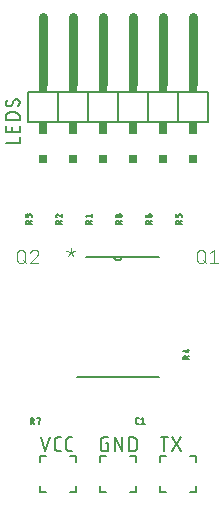
<source format=gbr>
G04 EAGLE Gerber X2 export*
%TF.Part,Single*%
%TF.FileFunction,Legend,Top,1*%
%TF.FilePolarity,Positive*%
%TF.GenerationSoftware,Autodesk,EAGLE,9.1.3*%
%TF.CreationDate,2018-08-31T23:25:58Z*%
G75*
%MOMM*%
%FSLAX34Y34*%
%LPD*%
%AMOC8*
5,1,8,0,0,1.08239X$1,22.5*%
G01*
%ADD10C,0.152400*%
%ADD11C,0.127000*%
%ADD12C,0.762000*%
%ADD13R,0.762000X0.508000*%
%ADD14R,0.762000X1.016000*%
%ADD15R,0.762000X0.762000*%
%ADD16C,0.101600*%
%ADD17C,0.076200*%


D10*
X116840Y15240D02*
X116840Y10160D01*
X111760Y10160D01*
X91440Y10160D02*
X86360Y10160D01*
X86360Y15240D01*
X86360Y35560D02*
X86360Y40640D01*
X91440Y40640D01*
X111760Y40640D02*
X116840Y40640D01*
X116840Y35560D01*
D11*
X93345Y51435D02*
X91440Y51435D01*
X93345Y51435D02*
X93345Y45085D01*
X89535Y45085D01*
X89435Y45087D01*
X89336Y45093D01*
X89236Y45103D01*
X89138Y45116D01*
X89039Y45134D01*
X88942Y45155D01*
X88846Y45180D01*
X88750Y45209D01*
X88656Y45242D01*
X88563Y45278D01*
X88472Y45318D01*
X88382Y45362D01*
X88294Y45409D01*
X88208Y45459D01*
X88124Y45513D01*
X88042Y45570D01*
X87963Y45630D01*
X87885Y45694D01*
X87811Y45760D01*
X87739Y45829D01*
X87670Y45901D01*
X87604Y45975D01*
X87540Y46053D01*
X87480Y46132D01*
X87423Y46214D01*
X87369Y46298D01*
X87319Y46384D01*
X87272Y46472D01*
X87228Y46562D01*
X87188Y46653D01*
X87152Y46746D01*
X87119Y46840D01*
X87090Y46936D01*
X87065Y47032D01*
X87044Y47129D01*
X87026Y47228D01*
X87013Y47326D01*
X87003Y47426D01*
X86997Y47525D01*
X86995Y47625D01*
X86995Y53975D01*
X86997Y54075D01*
X87003Y54174D01*
X87013Y54274D01*
X87026Y54372D01*
X87044Y54471D01*
X87065Y54568D01*
X87090Y54664D01*
X87119Y54760D01*
X87152Y54854D01*
X87188Y54947D01*
X87228Y55038D01*
X87272Y55128D01*
X87319Y55216D01*
X87369Y55302D01*
X87423Y55386D01*
X87480Y55468D01*
X87540Y55547D01*
X87604Y55625D01*
X87670Y55699D01*
X87739Y55771D01*
X87811Y55840D01*
X87885Y55906D01*
X87963Y55970D01*
X88042Y56030D01*
X88124Y56087D01*
X88208Y56141D01*
X88294Y56191D01*
X88382Y56238D01*
X88472Y56282D01*
X88563Y56322D01*
X88656Y56358D01*
X88750Y56391D01*
X88846Y56420D01*
X88942Y56445D01*
X89039Y56466D01*
X89138Y56484D01*
X89236Y56497D01*
X89336Y56507D01*
X89435Y56513D01*
X89535Y56515D01*
X93345Y56515D01*
X99187Y56515D02*
X99187Y45085D01*
X105537Y45085D02*
X99187Y56515D01*
X105537Y56515D02*
X105537Y45085D01*
X111379Y45085D02*
X111379Y56515D01*
X114554Y56515D01*
X114665Y56513D01*
X114775Y56507D01*
X114886Y56498D01*
X114996Y56484D01*
X115105Y56467D01*
X115214Y56446D01*
X115322Y56421D01*
X115429Y56392D01*
X115535Y56360D01*
X115640Y56324D01*
X115743Y56284D01*
X115845Y56241D01*
X115946Y56194D01*
X116045Y56143D01*
X116142Y56090D01*
X116236Y56033D01*
X116329Y55972D01*
X116420Y55909D01*
X116509Y55842D01*
X116595Y55772D01*
X116678Y55699D01*
X116760Y55624D01*
X116838Y55546D01*
X116913Y55464D01*
X116986Y55381D01*
X117056Y55295D01*
X117123Y55206D01*
X117186Y55115D01*
X117247Y55022D01*
X117304Y54928D01*
X117357Y54831D01*
X117408Y54732D01*
X117455Y54631D01*
X117498Y54529D01*
X117538Y54426D01*
X117574Y54321D01*
X117606Y54215D01*
X117635Y54108D01*
X117660Y54000D01*
X117681Y53891D01*
X117698Y53782D01*
X117712Y53672D01*
X117721Y53561D01*
X117727Y53451D01*
X117729Y53340D01*
X117729Y48260D01*
X117727Y48149D01*
X117721Y48039D01*
X117712Y47928D01*
X117698Y47818D01*
X117681Y47709D01*
X117660Y47600D01*
X117635Y47492D01*
X117606Y47385D01*
X117574Y47279D01*
X117538Y47174D01*
X117498Y47071D01*
X117455Y46969D01*
X117408Y46868D01*
X117357Y46769D01*
X117304Y46672D01*
X117247Y46578D01*
X117186Y46485D01*
X117123Y46394D01*
X117056Y46305D01*
X116986Y46219D01*
X116913Y46136D01*
X116838Y46054D01*
X116760Y45976D01*
X116678Y45901D01*
X116595Y45828D01*
X116509Y45758D01*
X116420Y45691D01*
X116329Y45628D01*
X116236Y45567D01*
X116141Y45510D01*
X116045Y45457D01*
X115946Y45406D01*
X115845Y45359D01*
X115743Y45316D01*
X115640Y45276D01*
X115535Y45240D01*
X115429Y45208D01*
X115322Y45179D01*
X115214Y45154D01*
X115105Y45133D01*
X114996Y45116D01*
X114886Y45102D01*
X114775Y45093D01*
X114665Y45087D01*
X114554Y45085D01*
X111379Y45085D01*
D10*
X50800Y323850D02*
X25400Y323850D01*
X50800Y323850D02*
X50800Y349250D01*
X25400Y349250D01*
X25400Y323850D01*
D12*
X38100Y355600D02*
X38100Y412750D01*
D10*
X50800Y323850D02*
X76200Y323850D01*
X76200Y349250D01*
X50800Y349250D01*
D12*
X63500Y355600D02*
X63500Y412750D01*
D10*
X76200Y323850D02*
X101600Y323850D01*
X101600Y349250D01*
X76200Y349250D01*
D12*
X88900Y355600D02*
X88900Y412750D01*
D10*
X101600Y323850D02*
X127000Y323850D01*
X127000Y349250D01*
X101600Y349250D01*
D12*
X114300Y355600D02*
X114300Y412750D01*
D10*
X127000Y323850D02*
X152400Y323850D01*
X152400Y349250D01*
X127000Y349250D01*
D12*
X139700Y355600D02*
X139700Y412750D01*
D10*
X152400Y323850D02*
X177800Y323850D01*
X177800Y349250D01*
X152400Y349250D01*
D12*
X165100Y355600D02*
X165100Y412750D01*
D11*
X18415Y305435D02*
X6985Y305435D01*
X18415Y305435D02*
X18415Y310515D01*
X18415Y315341D02*
X18415Y320421D01*
X18415Y315341D02*
X6985Y315341D01*
X6985Y320421D01*
X12065Y319151D02*
X12065Y315341D01*
X6985Y325222D02*
X18415Y325222D01*
X6985Y325222D02*
X6985Y328397D01*
X6987Y328508D01*
X6993Y328618D01*
X7002Y328729D01*
X7016Y328839D01*
X7033Y328948D01*
X7054Y329057D01*
X7079Y329165D01*
X7108Y329272D01*
X7140Y329378D01*
X7176Y329483D01*
X7216Y329586D01*
X7259Y329688D01*
X7306Y329789D01*
X7357Y329888D01*
X7410Y329985D01*
X7467Y330079D01*
X7528Y330172D01*
X7591Y330263D01*
X7658Y330352D01*
X7728Y330438D01*
X7801Y330521D01*
X7876Y330603D01*
X7954Y330681D01*
X8036Y330756D01*
X8119Y330829D01*
X8205Y330899D01*
X8294Y330966D01*
X8385Y331029D01*
X8478Y331090D01*
X8572Y331147D01*
X8669Y331200D01*
X8768Y331251D01*
X8869Y331298D01*
X8971Y331341D01*
X9074Y331381D01*
X9179Y331417D01*
X9285Y331449D01*
X9392Y331478D01*
X9500Y331503D01*
X9609Y331524D01*
X9718Y331541D01*
X9828Y331555D01*
X9939Y331564D01*
X10049Y331570D01*
X10160Y331572D01*
X15240Y331572D01*
X15351Y331570D01*
X15461Y331564D01*
X15572Y331555D01*
X15682Y331541D01*
X15791Y331524D01*
X15900Y331503D01*
X16008Y331478D01*
X16115Y331449D01*
X16221Y331417D01*
X16326Y331381D01*
X16429Y331341D01*
X16531Y331298D01*
X16632Y331251D01*
X16731Y331200D01*
X16828Y331147D01*
X16922Y331090D01*
X17015Y331029D01*
X17106Y330966D01*
X17195Y330899D01*
X17281Y330829D01*
X17364Y330756D01*
X17446Y330681D01*
X17524Y330603D01*
X17599Y330521D01*
X17672Y330438D01*
X17742Y330352D01*
X17809Y330263D01*
X17872Y330172D01*
X17933Y330079D01*
X17990Y329985D01*
X18043Y329888D01*
X18094Y329789D01*
X18141Y329688D01*
X18184Y329586D01*
X18224Y329483D01*
X18260Y329378D01*
X18292Y329272D01*
X18321Y329165D01*
X18346Y329057D01*
X18367Y328948D01*
X18384Y328839D01*
X18398Y328729D01*
X18407Y328618D01*
X18413Y328508D01*
X18415Y328397D01*
X18415Y325222D01*
X18415Y340462D02*
X18413Y340562D01*
X18407Y340661D01*
X18397Y340761D01*
X18384Y340859D01*
X18366Y340958D01*
X18345Y341055D01*
X18320Y341151D01*
X18291Y341247D01*
X18258Y341341D01*
X18222Y341434D01*
X18182Y341525D01*
X18138Y341615D01*
X18091Y341703D01*
X18041Y341789D01*
X17987Y341873D01*
X17930Y341955D01*
X17870Y342034D01*
X17806Y342112D01*
X17740Y342186D01*
X17671Y342258D01*
X17599Y342327D01*
X17525Y342393D01*
X17447Y342457D01*
X17368Y342517D01*
X17286Y342574D01*
X17202Y342628D01*
X17116Y342678D01*
X17028Y342725D01*
X16938Y342769D01*
X16847Y342809D01*
X16754Y342845D01*
X16660Y342878D01*
X16564Y342907D01*
X16468Y342932D01*
X16371Y342953D01*
X16272Y342971D01*
X16174Y342984D01*
X16074Y342994D01*
X15975Y343000D01*
X15875Y343002D01*
X18415Y340462D02*
X18413Y340321D01*
X18408Y340180D01*
X18398Y340039D01*
X18385Y339898D01*
X18369Y339758D01*
X18348Y339618D01*
X18324Y339479D01*
X18296Y339340D01*
X18265Y339203D01*
X18230Y339066D01*
X18192Y338930D01*
X18150Y338795D01*
X18104Y338662D01*
X18055Y338529D01*
X18002Y338398D01*
X17946Y338269D01*
X17887Y338140D01*
X17824Y338014D01*
X17758Y337889D01*
X17689Y337766D01*
X17616Y337645D01*
X17540Y337526D01*
X17461Y337408D01*
X17380Y337293D01*
X17295Y337181D01*
X17207Y337070D01*
X17116Y336962D01*
X17023Y336856D01*
X16926Y336753D01*
X16827Y336652D01*
X9525Y336969D02*
X9425Y336971D01*
X9326Y336977D01*
X9226Y336987D01*
X9128Y337000D01*
X9029Y337018D01*
X8932Y337039D01*
X8836Y337064D01*
X8740Y337093D01*
X8646Y337126D01*
X8553Y337162D01*
X8462Y337202D01*
X8372Y337246D01*
X8284Y337293D01*
X8198Y337343D01*
X8114Y337397D01*
X8032Y337454D01*
X7953Y337514D01*
X7875Y337578D01*
X7801Y337644D01*
X7729Y337713D01*
X7660Y337785D01*
X7594Y337859D01*
X7530Y337937D01*
X7470Y338016D01*
X7413Y338098D01*
X7359Y338182D01*
X7309Y338268D01*
X7262Y338356D01*
X7218Y338446D01*
X7178Y338537D01*
X7142Y338630D01*
X7109Y338724D01*
X7080Y338820D01*
X7055Y338916D01*
X7034Y339013D01*
X7016Y339112D01*
X7003Y339210D01*
X6993Y339310D01*
X6987Y339409D01*
X6985Y339509D01*
X6987Y339642D01*
X6992Y339775D01*
X7002Y339908D01*
X7015Y340041D01*
X7032Y340173D01*
X7052Y340305D01*
X7076Y340436D01*
X7104Y340566D01*
X7135Y340696D01*
X7170Y340824D01*
X7209Y340952D01*
X7251Y341078D01*
X7297Y341203D01*
X7346Y341327D01*
X7398Y341450D01*
X7454Y341571D01*
X7514Y341690D01*
X7576Y341808D01*
X7642Y341923D01*
X7711Y342037D01*
X7784Y342149D01*
X7859Y342259D01*
X7938Y342367D01*
X11748Y338239D02*
X11696Y338155D01*
X11641Y338072D01*
X11582Y337992D01*
X11521Y337914D01*
X11457Y337839D01*
X11389Y337766D01*
X11319Y337695D01*
X11247Y337628D01*
X11172Y337563D01*
X11094Y337501D01*
X11014Y337442D01*
X10932Y337386D01*
X10848Y337334D01*
X10762Y337285D01*
X10674Y337239D01*
X10584Y337196D01*
X10493Y337157D01*
X10400Y337122D01*
X10306Y337090D01*
X10211Y337062D01*
X10115Y337037D01*
X10018Y337017D01*
X9920Y336999D01*
X9822Y336986D01*
X9723Y336977D01*
X9624Y336971D01*
X9525Y336969D01*
X13652Y341732D02*
X13704Y341816D01*
X13759Y341899D01*
X13818Y341979D01*
X13879Y342057D01*
X13943Y342132D01*
X14011Y342205D01*
X14081Y342276D01*
X14153Y342343D01*
X14228Y342408D01*
X14306Y342470D01*
X14386Y342529D01*
X14468Y342585D01*
X14552Y342637D01*
X14638Y342686D01*
X14726Y342732D01*
X14816Y342775D01*
X14907Y342814D01*
X15000Y342849D01*
X15094Y342881D01*
X15189Y342909D01*
X15285Y342934D01*
X15382Y342954D01*
X15480Y342972D01*
X15578Y342985D01*
X15677Y342994D01*
X15776Y343000D01*
X15875Y343002D01*
X13653Y341732D02*
X11748Y338239D01*
D13*
X38100Y351790D03*
X63500Y351790D03*
X88900Y351790D03*
X114300Y351790D03*
X139700Y351790D03*
X165100Y351790D03*
D14*
X38100Y318770D03*
X63500Y318770D03*
D15*
X38100Y292100D03*
X63500Y292100D03*
D14*
X88900Y318770D03*
X114300Y318770D03*
D15*
X88900Y292100D03*
X114300Y292100D03*
D14*
X139700Y318770D03*
X165100Y318770D03*
D15*
X139700Y292100D03*
X165100Y292100D03*
D16*
X168783Y212146D02*
X168783Y206954D01*
X168783Y212146D02*
X168785Y212259D01*
X168791Y212372D01*
X168801Y212485D01*
X168815Y212598D01*
X168832Y212710D01*
X168854Y212821D01*
X168879Y212931D01*
X168909Y213041D01*
X168942Y213149D01*
X168979Y213256D01*
X169019Y213362D01*
X169064Y213466D01*
X169112Y213569D01*
X169163Y213670D01*
X169218Y213769D01*
X169276Y213866D01*
X169338Y213961D01*
X169403Y214054D01*
X169471Y214144D01*
X169542Y214232D01*
X169617Y214318D01*
X169694Y214401D01*
X169774Y214481D01*
X169857Y214558D01*
X169943Y214633D01*
X170031Y214704D01*
X170121Y214772D01*
X170214Y214837D01*
X170309Y214899D01*
X170406Y214957D01*
X170505Y215012D01*
X170606Y215063D01*
X170709Y215111D01*
X170813Y215156D01*
X170919Y215196D01*
X171026Y215233D01*
X171134Y215266D01*
X171244Y215296D01*
X171354Y215321D01*
X171465Y215343D01*
X171577Y215360D01*
X171690Y215374D01*
X171803Y215384D01*
X171916Y215390D01*
X172029Y215392D01*
X172142Y215390D01*
X172255Y215384D01*
X172368Y215374D01*
X172481Y215360D01*
X172593Y215343D01*
X172704Y215321D01*
X172814Y215296D01*
X172924Y215266D01*
X173032Y215233D01*
X173139Y215196D01*
X173245Y215156D01*
X173349Y215111D01*
X173452Y215063D01*
X173553Y215012D01*
X173652Y214957D01*
X173749Y214899D01*
X173844Y214837D01*
X173937Y214772D01*
X174027Y214704D01*
X174115Y214633D01*
X174201Y214558D01*
X174284Y214481D01*
X174364Y214401D01*
X174441Y214318D01*
X174516Y214232D01*
X174587Y214144D01*
X174655Y214054D01*
X174720Y213961D01*
X174782Y213866D01*
X174840Y213769D01*
X174895Y213670D01*
X174946Y213569D01*
X174994Y213466D01*
X175039Y213362D01*
X175079Y213256D01*
X175116Y213149D01*
X175149Y213041D01*
X175179Y212931D01*
X175204Y212821D01*
X175226Y212710D01*
X175243Y212598D01*
X175257Y212485D01*
X175267Y212372D01*
X175273Y212259D01*
X175275Y212146D01*
X175274Y212146D02*
X175274Y206954D01*
X175275Y206954D02*
X175273Y206841D01*
X175267Y206728D01*
X175257Y206615D01*
X175243Y206502D01*
X175226Y206390D01*
X175204Y206279D01*
X175179Y206169D01*
X175149Y206059D01*
X175116Y205951D01*
X175079Y205844D01*
X175039Y205738D01*
X174994Y205634D01*
X174946Y205531D01*
X174895Y205430D01*
X174840Y205331D01*
X174782Y205234D01*
X174720Y205139D01*
X174655Y205046D01*
X174587Y204956D01*
X174516Y204868D01*
X174441Y204782D01*
X174364Y204699D01*
X174284Y204619D01*
X174201Y204542D01*
X174115Y204467D01*
X174027Y204396D01*
X173937Y204328D01*
X173844Y204263D01*
X173749Y204201D01*
X173652Y204143D01*
X173553Y204088D01*
X173452Y204037D01*
X173349Y203989D01*
X173245Y203944D01*
X173139Y203904D01*
X173032Y203867D01*
X172924Y203834D01*
X172814Y203804D01*
X172704Y203779D01*
X172593Y203757D01*
X172481Y203740D01*
X172368Y203726D01*
X172255Y203716D01*
X172142Y203710D01*
X172029Y203708D01*
X171916Y203710D01*
X171803Y203716D01*
X171690Y203726D01*
X171577Y203740D01*
X171465Y203757D01*
X171354Y203779D01*
X171244Y203804D01*
X171134Y203834D01*
X171026Y203867D01*
X170919Y203904D01*
X170813Y203944D01*
X170709Y203989D01*
X170606Y204037D01*
X170505Y204088D01*
X170406Y204143D01*
X170309Y204201D01*
X170214Y204263D01*
X170121Y204328D01*
X170031Y204396D01*
X169943Y204467D01*
X169857Y204542D01*
X169774Y204619D01*
X169694Y204699D01*
X169617Y204782D01*
X169542Y204868D01*
X169471Y204956D01*
X169403Y205046D01*
X169338Y205139D01*
X169276Y205234D01*
X169218Y205331D01*
X169163Y205430D01*
X169112Y205531D01*
X169064Y205634D01*
X169019Y205738D01*
X168979Y205844D01*
X168942Y205951D01*
X168909Y206059D01*
X168879Y206169D01*
X168854Y206279D01*
X168832Y206390D01*
X168815Y206502D01*
X168801Y206615D01*
X168791Y206728D01*
X168785Y206841D01*
X168783Y206954D01*
X173976Y206304D02*
X176572Y203708D01*
X179927Y212796D02*
X183172Y215392D01*
X183172Y203708D01*
X179927Y203708D02*
X186418Y203708D01*
X16383Y206954D02*
X16383Y212146D01*
X16385Y212259D01*
X16391Y212372D01*
X16401Y212485D01*
X16415Y212598D01*
X16432Y212710D01*
X16454Y212821D01*
X16479Y212931D01*
X16509Y213041D01*
X16542Y213149D01*
X16579Y213256D01*
X16619Y213362D01*
X16664Y213466D01*
X16712Y213569D01*
X16763Y213670D01*
X16818Y213769D01*
X16876Y213866D01*
X16938Y213961D01*
X17003Y214054D01*
X17071Y214144D01*
X17142Y214232D01*
X17217Y214318D01*
X17294Y214401D01*
X17374Y214481D01*
X17457Y214558D01*
X17543Y214633D01*
X17631Y214704D01*
X17721Y214772D01*
X17814Y214837D01*
X17909Y214899D01*
X18006Y214957D01*
X18105Y215012D01*
X18206Y215063D01*
X18309Y215111D01*
X18413Y215156D01*
X18519Y215196D01*
X18626Y215233D01*
X18734Y215266D01*
X18844Y215296D01*
X18954Y215321D01*
X19065Y215343D01*
X19177Y215360D01*
X19290Y215374D01*
X19403Y215384D01*
X19516Y215390D01*
X19629Y215392D01*
X19742Y215390D01*
X19855Y215384D01*
X19968Y215374D01*
X20081Y215360D01*
X20193Y215343D01*
X20304Y215321D01*
X20414Y215296D01*
X20524Y215266D01*
X20632Y215233D01*
X20739Y215196D01*
X20845Y215156D01*
X20949Y215111D01*
X21052Y215063D01*
X21153Y215012D01*
X21252Y214957D01*
X21349Y214899D01*
X21444Y214837D01*
X21537Y214772D01*
X21627Y214704D01*
X21715Y214633D01*
X21801Y214558D01*
X21884Y214481D01*
X21964Y214401D01*
X22041Y214318D01*
X22116Y214232D01*
X22187Y214144D01*
X22255Y214054D01*
X22320Y213961D01*
X22382Y213866D01*
X22440Y213769D01*
X22495Y213670D01*
X22546Y213569D01*
X22594Y213466D01*
X22639Y213362D01*
X22679Y213256D01*
X22716Y213149D01*
X22749Y213041D01*
X22779Y212931D01*
X22804Y212821D01*
X22826Y212710D01*
X22843Y212598D01*
X22857Y212485D01*
X22867Y212372D01*
X22873Y212259D01*
X22875Y212146D01*
X22874Y212146D02*
X22874Y206954D01*
X22875Y206954D02*
X22873Y206841D01*
X22867Y206728D01*
X22857Y206615D01*
X22843Y206502D01*
X22826Y206390D01*
X22804Y206279D01*
X22779Y206169D01*
X22749Y206059D01*
X22716Y205951D01*
X22679Y205844D01*
X22639Y205738D01*
X22594Y205634D01*
X22546Y205531D01*
X22495Y205430D01*
X22440Y205331D01*
X22382Y205234D01*
X22320Y205139D01*
X22255Y205046D01*
X22187Y204956D01*
X22116Y204868D01*
X22041Y204782D01*
X21964Y204699D01*
X21884Y204619D01*
X21801Y204542D01*
X21715Y204467D01*
X21627Y204396D01*
X21537Y204328D01*
X21444Y204263D01*
X21349Y204201D01*
X21252Y204143D01*
X21153Y204088D01*
X21052Y204037D01*
X20949Y203989D01*
X20845Y203944D01*
X20739Y203904D01*
X20632Y203867D01*
X20524Y203834D01*
X20414Y203804D01*
X20304Y203779D01*
X20193Y203757D01*
X20081Y203740D01*
X19968Y203726D01*
X19855Y203716D01*
X19742Y203710D01*
X19629Y203708D01*
X19516Y203710D01*
X19403Y203716D01*
X19290Y203726D01*
X19177Y203740D01*
X19065Y203757D01*
X18954Y203779D01*
X18844Y203804D01*
X18734Y203834D01*
X18626Y203867D01*
X18519Y203904D01*
X18413Y203944D01*
X18309Y203989D01*
X18206Y204037D01*
X18105Y204088D01*
X18006Y204143D01*
X17909Y204201D01*
X17814Y204263D01*
X17721Y204328D01*
X17631Y204396D01*
X17543Y204467D01*
X17457Y204542D01*
X17374Y204619D01*
X17294Y204699D01*
X17217Y204782D01*
X17142Y204868D01*
X17071Y204956D01*
X17003Y205046D01*
X16938Y205139D01*
X16876Y205234D01*
X16818Y205331D01*
X16763Y205430D01*
X16712Y205531D01*
X16664Y205634D01*
X16619Y205738D01*
X16579Y205844D01*
X16542Y205951D01*
X16509Y206059D01*
X16479Y206169D01*
X16454Y206279D01*
X16432Y206390D01*
X16415Y206502D01*
X16401Y206615D01*
X16391Y206728D01*
X16385Y206841D01*
X16383Y206954D01*
X21576Y206304D02*
X24172Y203708D01*
X34018Y212471D02*
X34016Y212578D01*
X34010Y212684D01*
X34000Y212790D01*
X33987Y212896D01*
X33969Y213002D01*
X33948Y213106D01*
X33923Y213210D01*
X33894Y213313D01*
X33862Y213414D01*
X33825Y213514D01*
X33785Y213613D01*
X33742Y213711D01*
X33695Y213807D01*
X33644Y213901D01*
X33590Y213993D01*
X33533Y214083D01*
X33473Y214171D01*
X33409Y214256D01*
X33342Y214339D01*
X33272Y214420D01*
X33200Y214498D01*
X33124Y214574D01*
X33046Y214646D01*
X32965Y214716D01*
X32882Y214783D01*
X32797Y214847D01*
X32709Y214907D01*
X32619Y214964D01*
X32527Y215018D01*
X32433Y215069D01*
X32337Y215116D01*
X32239Y215159D01*
X32140Y215199D01*
X32040Y215236D01*
X31939Y215268D01*
X31836Y215297D01*
X31732Y215322D01*
X31628Y215343D01*
X31522Y215361D01*
X31416Y215374D01*
X31310Y215384D01*
X31204Y215390D01*
X31097Y215392D01*
X30976Y215390D01*
X30855Y215384D01*
X30735Y215374D01*
X30614Y215361D01*
X30495Y215343D01*
X30375Y215322D01*
X30257Y215297D01*
X30140Y215268D01*
X30023Y215235D01*
X29908Y215199D01*
X29794Y215158D01*
X29681Y215115D01*
X29569Y215067D01*
X29460Y215016D01*
X29352Y214961D01*
X29245Y214903D01*
X29141Y214842D01*
X29039Y214777D01*
X28939Y214709D01*
X28841Y214638D01*
X28745Y214564D01*
X28652Y214487D01*
X28562Y214406D01*
X28474Y214323D01*
X28389Y214237D01*
X28306Y214148D01*
X28227Y214057D01*
X28150Y213963D01*
X28077Y213867D01*
X28007Y213769D01*
X27940Y213668D01*
X27876Y213565D01*
X27816Y213460D01*
X27759Y213353D01*
X27705Y213245D01*
X27655Y213135D01*
X27609Y213023D01*
X27566Y212910D01*
X27527Y212795D01*
X33044Y210199D02*
X33123Y210276D01*
X33199Y210357D01*
X33272Y210440D01*
X33342Y210525D01*
X33409Y210613D01*
X33473Y210703D01*
X33533Y210795D01*
X33590Y210890D01*
X33644Y210986D01*
X33695Y211084D01*
X33742Y211184D01*
X33786Y211286D01*
X33826Y211389D01*
X33862Y211493D01*
X33894Y211599D01*
X33923Y211705D01*
X33948Y211813D01*
X33970Y211921D01*
X33987Y212031D01*
X34001Y212140D01*
X34010Y212250D01*
X34016Y212361D01*
X34018Y212471D01*
X33044Y210199D02*
X27527Y203708D01*
X34018Y203708D01*
D11*
X74549Y237248D02*
X79375Y237248D01*
X74549Y237248D02*
X74549Y238589D01*
X74551Y238660D01*
X74557Y238732D01*
X74566Y238802D01*
X74579Y238872D01*
X74596Y238942D01*
X74617Y239010D01*
X74641Y239077D01*
X74669Y239143D01*
X74700Y239207D01*
X74735Y239270D01*
X74773Y239330D01*
X74814Y239389D01*
X74858Y239445D01*
X74905Y239499D01*
X74954Y239550D01*
X75007Y239598D01*
X75062Y239644D01*
X75119Y239686D01*
X75179Y239726D01*
X75240Y239762D01*
X75304Y239795D01*
X75369Y239824D01*
X75435Y239850D01*
X75503Y239873D01*
X75572Y239892D01*
X75642Y239907D01*
X75712Y239918D01*
X75783Y239926D01*
X75854Y239930D01*
X75926Y239930D01*
X75997Y239926D01*
X76068Y239918D01*
X76138Y239907D01*
X76208Y239892D01*
X76277Y239873D01*
X76345Y239850D01*
X76411Y239824D01*
X76476Y239795D01*
X76540Y239762D01*
X76601Y239726D01*
X76661Y239686D01*
X76718Y239644D01*
X76773Y239598D01*
X76826Y239550D01*
X76875Y239499D01*
X76922Y239445D01*
X76966Y239389D01*
X77007Y239330D01*
X77045Y239270D01*
X77080Y239207D01*
X77111Y239143D01*
X77139Y239077D01*
X77163Y239010D01*
X77184Y238942D01*
X77201Y238872D01*
X77214Y238802D01*
X77223Y238732D01*
X77229Y238660D01*
X77231Y238589D01*
X77230Y238589D02*
X77230Y237248D01*
X77230Y238857D02*
X79375Y239929D01*
X75621Y242671D02*
X74549Y244011D01*
X79375Y244011D01*
X79375Y242671D02*
X79375Y245352D01*
X53975Y237248D02*
X49149Y237248D01*
X49149Y238589D01*
X49151Y238660D01*
X49157Y238732D01*
X49166Y238802D01*
X49179Y238872D01*
X49196Y238942D01*
X49217Y239010D01*
X49241Y239077D01*
X49269Y239143D01*
X49300Y239207D01*
X49335Y239270D01*
X49373Y239330D01*
X49414Y239389D01*
X49458Y239445D01*
X49505Y239499D01*
X49554Y239550D01*
X49607Y239598D01*
X49662Y239644D01*
X49719Y239686D01*
X49779Y239726D01*
X49840Y239762D01*
X49904Y239795D01*
X49969Y239824D01*
X50035Y239850D01*
X50103Y239873D01*
X50172Y239892D01*
X50242Y239907D01*
X50312Y239918D01*
X50383Y239926D01*
X50454Y239930D01*
X50526Y239930D01*
X50597Y239926D01*
X50668Y239918D01*
X50738Y239907D01*
X50808Y239892D01*
X50877Y239873D01*
X50945Y239850D01*
X51011Y239824D01*
X51076Y239795D01*
X51140Y239762D01*
X51201Y239726D01*
X51261Y239686D01*
X51318Y239644D01*
X51373Y239598D01*
X51426Y239550D01*
X51475Y239499D01*
X51522Y239445D01*
X51566Y239389D01*
X51607Y239330D01*
X51645Y239270D01*
X51680Y239207D01*
X51711Y239143D01*
X51739Y239077D01*
X51763Y239010D01*
X51784Y238942D01*
X51801Y238872D01*
X51814Y238802D01*
X51823Y238732D01*
X51829Y238660D01*
X51831Y238589D01*
X51830Y238589D02*
X51830Y237248D01*
X51830Y238857D02*
X53975Y239929D01*
X49149Y244145D02*
X49151Y244213D01*
X49157Y244280D01*
X49166Y244347D01*
X49179Y244414D01*
X49196Y244479D01*
X49217Y244544D01*
X49241Y244607D01*
X49269Y244669D01*
X49300Y244729D01*
X49334Y244787D01*
X49372Y244843D01*
X49412Y244898D01*
X49456Y244949D01*
X49503Y244998D01*
X49552Y245045D01*
X49603Y245089D01*
X49658Y245129D01*
X49714Y245167D01*
X49772Y245201D01*
X49832Y245232D01*
X49894Y245260D01*
X49957Y245284D01*
X50022Y245305D01*
X50087Y245322D01*
X50154Y245335D01*
X50221Y245344D01*
X50288Y245350D01*
X50356Y245352D01*
X49149Y244145D02*
X49151Y244067D01*
X49157Y243989D01*
X49167Y243912D01*
X49180Y243835D01*
X49198Y243759D01*
X49219Y243684D01*
X49244Y243610D01*
X49273Y243538D01*
X49305Y243467D01*
X49341Y243398D01*
X49380Y243330D01*
X49423Y243265D01*
X49469Y243202D01*
X49518Y243141D01*
X49570Y243083D01*
X49625Y243028D01*
X49682Y242975D01*
X49742Y242926D01*
X49805Y242879D01*
X49870Y242836D01*
X49936Y242796D01*
X50005Y242759D01*
X50076Y242726D01*
X50148Y242696D01*
X50222Y242670D01*
X51294Y244950D02*
X51245Y244999D01*
X51193Y245046D01*
X51138Y245089D01*
X51081Y245130D01*
X51022Y245168D01*
X50961Y245202D01*
X50898Y245233D01*
X50834Y245261D01*
X50768Y245285D01*
X50702Y245305D01*
X50634Y245322D01*
X50565Y245335D01*
X50496Y245344D01*
X50426Y245350D01*
X50356Y245352D01*
X51294Y244950D02*
X53975Y242671D01*
X53975Y245352D01*
X28575Y237248D02*
X23749Y237248D01*
X23749Y238589D01*
X23751Y238660D01*
X23757Y238732D01*
X23766Y238802D01*
X23779Y238872D01*
X23796Y238942D01*
X23817Y239010D01*
X23841Y239077D01*
X23869Y239143D01*
X23900Y239207D01*
X23935Y239270D01*
X23973Y239330D01*
X24014Y239389D01*
X24058Y239445D01*
X24105Y239499D01*
X24154Y239550D01*
X24207Y239598D01*
X24262Y239644D01*
X24319Y239686D01*
X24379Y239726D01*
X24440Y239762D01*
X24504Y239795D01*
X24569Y239824D01*
X24635Y239850D01*
X24703Y239873D01*
X24772Y239892D01*
X24842Y239907D01*
X24912Y239918D01*
X24983Y239926D01*
X25054Y239930D01*
X25126Y239930D01*
X25197Y239926D01*
X25268Y239918D01*
X25338Y239907D01*
X25408Y239892D01*
X25477Y239873D01*
X25545Y239850D01*
X25611Y239824D01*
X25676Y239795D01*
X25740Y239762D01*
X25801Y239726D01*
X25861Y239686D01*
X25918Y239644D01*
X25973Y239598D01*
X26026Y239550D01*
X26075Y239499D01*
X26122Y239445D01*
X26166Y239389D01*
X26207Y239330D01*
X26245Y239270D01*
X26280Y239207D01*
X26311Y239143D01*
X26339Y239077D01*
X26363Y239010D01*
X26384Y238942D01*
X26401Y238872D01*
X26414Y238802D01*
X26423Y238732D01*
X26429Y238660D01*
X26431Y238589D01*
X26430Y238589D02*
X26430Y237248D01*
X26430Y238857D02*
X28575Y239929D01*
X28575Y242671D02*
X28575Y244011D01*
X28573Y244082D01*
X28567Y244154D01*
X28558Y244224D01*
X28545Y244294D01*
X28528Y244364D01*
X28507Y244432D01*
X28483Y244499D01*
X28455Y244565D01*
X28424Y244629D01*
X28389Y244692D01*
X28351Y244752D01*
X28310Y244811D01*
X28266Y244867D01*
X28219Y244921D01*
X28170Y244972D01*
X28117Y245020D01*
X28062Y245066D01*
X28005Y245108D01*
X27945Y245148D01*
X27884Y245184D01*
X27820Y245217D01*
X27755Y245246D01*
X27689Y245272D01*
X27621Y245295D01*
X27552Y245314D01*
X27482Y245329D01*
X27412Y245340D01*
X27341Y245348D01*
X27270Y245352D01*
X27198Y245352D01*
X27127Y245348D01*
X27056Y245340D01*
X26986Y245329D01*
X26916Y245314D01*
X26847Y245295D01*
X26779Y245272D01*
X26713Y245246D01*
X26648Y245217D01*
X26584Y245184D01*
X26523Y245148D01*
X26463Y245108D01*
X26406Y245066D01*
X26351Y245020D01*
X26298Y244972D01*
X26249Y244921D01*
X26202Y244867D01*
X26158Y244811D01*
X26117Y244752D01*
X26079Y244692D01*
X26044Y244629D01*
X26013Y244565D01*
X25985Y244499D01*
X25961Y244432D01*
X25940Y244364D01*
X25923Y244294D01*
X25910Y244224D01*
X25901Y244154D01*
X25895Y244082D01*
X25893Y244011D01*
X23749Y244279D02*
X23749Y242671D01*
X23749Y244279D02*
X23751Y244344D01*
X23757Y244408D01*
X23767Y244472D01*
X23780Y244536D01*
X23798Y244598D01*
X23819Y244659D01*
X23843Y244719D01*
X23872Y244777D01*
X23904Y244834D01*
X23939Y244888D01*
X23977Y244940D01*
X24019Y244990D01*
X24063Y245037D01*
X24110Y245081D01*
X24160Y245123D01*
X24212Y245161D01*
X24266Y245196D01*
X24323Y245228D01*
X24381Y245257D01*
X24441Y245281D01*
X24502Y245302D01*
X24564Y245320D01*
X24628Y245333D01*
X24692Y245343D01*
X24756Y245349D01*
X24821Y245351D01*
X24886Y245349D01*
X24950Y245343D01*
X25014Y245333D01*
X25078Y245320D01*
X25140Y245302D01*
X25201Y245281D01*
X25261Y245257D01*
X25319Y245228D01*
X25376Y245196D01*
X25430Y245161D01*
X25482Y245123D01*
X25532Y245081D01*
X25579Y245037D01*
X25623Y244990D01*
X25665Y244940D01*
X25703Y244888D01*
X25738Y244834D01*
X25770Y244777D01*
X25799Y244719D01*
X25823Y244659D01*
X25844Y244598D01*
X25862Y244536D01*
X25875Y244472D01*
X25885Y244408D01*
X25891Y244344D01*
X25893Y244279D01*
X25894Y244279D02*
X25894Y243207D01*
X157099Y122948D02*
X161925Y122948D01*
X157099Y122948D02*
X157099Y124289D01*
X157101Y124360D01*
X157107Y124432D01*
X157116Y124502D01*
X157129Y124572D01*
X157146Y124642D01*
X157167Y124710D01*
X157191Y124777D01*
X157219Y124843D01*
X157250Y124907D01*
X157285Y124970D01*
X157323Y125030D01*
X157364Y125089D01*
X157408Y125145D01*
X157455Y125199D01*
X157504Y125250D01*
X157557Y125298D01*
X157612Y125344D01*
X157669Y125386D01*
X157729Y125426D01*
X157790Y125462D01*
X157854Y125495D01*
X157919Y125524D01*
X157985Y125550D01*
X158053Y125573D01*
X158122Y125592D01*
X158192Y125607D01*
X158262Y125618D01*
X158333Y125626D01*
X158404Y125630D01*
X158476Y125630D01*
X158547Y125626D01*
X158618Y125618D01*
X158688Y125607D01*
X158758Y125592D01*
X158827Y125573D01*
X158895Y125550D01*
X158961Y125524D01*
X159026Y125495D01*
X159090Y125462D01*
X159151Y125426D01*
X159211Y125386D01*
X159268Y125344D01*
X159323Y125298D01*
X159376Y125250D01*
X159425Y125199D01*
X159472Y125145D01*
X159516Y125089D01*
X159557Y125030D01*
X159595Y124970D01*
X159630Y124907D01*
X159661Y124843D01*
X159689Y124777D01*
X159713Y124710D01*
X159734Y124642D01*
X159751Y124572D01*
X159764Y124502D01*
X159773Y124432D01*
X159779Y124360D01*
X159781Y124289D01*
X159780Y124289D02*
X159780Y122948D01*
X159780Y124557D02*
X161925Y125629D01*
X160853Y128371D02*
X157099Y129443D01*
X160853Y128371D02*
X160853Y131052D01*
X159780Y130248D02*
X161925Y130248D01*
X155575Y237248D02*
X150749Y237248D01*
X150749Y238589D01*
X150751Y238660D01*
X150757Y238732D01*
X150766Y238802D01*
X150779Y238872D01*
X150796Y238942D01*
X150817Y239010D01*
X150841Y239077D01*
X150869Y239143D01*
X150900Y239207D01*
X150935Y239270D01*
X150973Y239330D01*
X151014Y239389D01*
X151058Y239445D01*
X151105Y239499D01*
X151154Y239550D01*
X151207Y239598D01*
X151262Y239644D01*
X151319Y239686D01*
X151379Y239726D01*
X151440Y239762D01*
X151504Y239795D01*
X151569Y239824D01*
X151635Y239850D01*
X151703Y239873D01*
X151772Y239892D01*
X151842Y239907D01*
X151912Y239918D01*
X151983Y239926D01*
X152054Y239930D01*
X152126Y239930D01*
X152197Y239926D01*
X152268Y239918D01*
X152338Y239907D01*
X152408Y239892D01*
X152477Y239873D01*
X152545Y239850D01*
X152611Y239824D01*
X152676Y239795D01*
X152740Y239762D01*
X152801Y239726D01*
X152861Y239686D01*
X152918Y239644D01*
X152973Y239598D01*
X153026Y239550D01*
X153075Y239499D01*
X153122Y239445D01*
X153166Y239389D01*
X153207Y239330D01*
X153245Y239270D01*
X153280Y239207D01*
X153311Y239143D01*
X153339Y239077D01*
X153363Y239010D01*
X153384Y238942D01*
X153401Y238872D01*
X153414Y238802D01*
X153423Y238732D01*
X153429Y238660D01*
X153431Y238589D01*
X153430Y238589D02*
X153430Y237248D01*
X153430Y238857D02*
X155575Y239929D01*
X155575Y242671D02*
X155575Y244279D01*
X155573Y244344D01*
X155567Y244408D01*
X155557Y244472D01*
X155544Y244536D01*
X155526Y244598D01*
X155505Y244659D01*
X155481Y244719D01*
X155452Y244777D01*
X155420Y244834D01*
X155385Y244888D01*
X155347Y244940D01*
X155305Y244990D01*
X155261Y245037D01*
X155214Y245081D01*
X155164Y245123D01*
X155112Y245161D01*
X155058Y245196D01*
X155001Y245228D01*
X154943Y245257D01*
X154883Y245281D01*
X154822Y245302D01*
X154760Y245320D01*
X154696Y245333D01*
X154632Y245343D01*
X154568Y245349D01*
X154503Y245351D01*
X154503Y245352D02*
X153966Y245352D01*
X153966Y245351D02*
X153901Y245349D01*
X153837Y245343D01*
X153773Y245333D01*
X153709Y245320D01*
X153647Y245302D01*
X153586Y245281D01*
X153526Y245257D01*
X153468Y245228D01*
X153411Y245196D01*
X153357Y245161D01*
X153305Y245123D01*
X153255Y245081D01*
X153208Y245037D01*
X153164Y244990D01*
X153122Y244940D01*
X153084Y244888D01*
X153049Y244834D01*
X153017Y244777D01*
X152988Y244719D01*
X152964Y244659D01*
X152943Y244598D01*
X152925Y244536D01*
X152912Y244472D01*
X152902Y244408D01*
X152896Y244344D01*
X152894Y244279D01*
X152894Y242671D01*
X150749Y242671D01*
X150749Y245352D01*
X130175Y237248D02*
X125349Y237248D01*
X125349Y238589D01*
X125351Y238660D01*
X125357Y238732D01*
X125366Y238802D01*
X125379Y238872D01*
X125396Y238942D01*
X125417Y239010D01*
X125441Y239077D01*
X125469Y239143D01*
X125500Y239207D01*
X125535Y239270D01*
X125573Y239330D01*
X125614Y239389D01*
X125658Y239445D01*
X125705Y239499D01*
X125754Y239550D01*
X125807Y239598D01*
X125862Y239644D01*
X125919Y239686D01*
X125979Y239726D01*
X126040Y239762D01*
X126104Y239795D01*
X126169Y239824D01*
X126235Y239850D01*
X126303Y239873D01*
X126372Y239892D01*
X126442Y239907D01*
X126512Y239918D01*
X126583Y239926D01*
X126654Y239930D01*
X126726Y239930D01*
X126797Y239926D01*
X126868Y239918D01*
X126938Y239907D01*
X127008Y239892D01*
X127077Y239873D01*
X127145Y239850D01*
X127211Y239824D01*
X127276Y239795D01*
X127340Y239762D01*
X127401Y239726D01*
X127461Y239686D01*
X127518Y239644D01*
X127573Y239598D01*
X127626Y239550D01*
X127675Y239499D01*
X127722Y239445D01*
X127766Y239389D01*
X127807Y239330D01*
X127845Y239270D01*
X127880Y239207D01*
X127911Y239143D01*
X127939Y239077D01*
X127963Y239010D01*
X127984Y238942D01*
X128001Y238872D01*
X128014Y238802D01*
X128023Y238732D01*
X128029Y238660D01*
X128031Y238589D01*
X128030Y238589D02*
X128030Y237248D01*
X128030Y238857D02*
X130175Y239929D01*
X127494Y242671D02*
X127494Y244279D01*
X127496Y244344D01*
X127502Y244408D01*
X127512Y244472D01*
X127525Y244536D01*
X127543Y244598D01*
X127564Y244659D01*
X127588Y244719D01*
X127617Y244777D01*
X127649Y244834D01*
X127684Y244888D01*
X127722Y244940D01*
X127764Y244990D01*
X127808Y245037D01*
X127855Y245081D01*
X127905Y245123D01*
X127957Y245161D01*
X128011Y245196D01*
X128068Y245228D01*
X128126Y245257D01*
X128186Y245281D01*
X128247Y245302D01*
X128309Y245320D01*
X128373Y245333D01*
X128437Y245343D01*
X128501Y245349D01*
X128566Y245351D01*
X128566Y245352D02*
X128834Y245352D01*
X128905Y245350D01*
X128977Y245344D01*
X129047Y245335D01*
X129117Y245322D01*
X129187Y245305D01*
X129255Y245284D01*
X129322Y245260D01*
X129388Y245232D01*
X129452Y245201D01*
X129515Y245166D01*
X129575Y245128D01*
X129634Y245087D01*
X129690Y245043D01*
X129744Y244996D01*
X129795Y244947D01*
X129843Y244894D01*
X129889Y244839D01*
X129931Y244782D01*
X129971Y244722D01*
X130007Y244661D01*
X130040Y244597D01*
X130069Y244532D01*
X130095Y244466D01*
X130118Y244398D01*
X130137Y244329D01*
X130152Y244259D01*
X130163Y244189D01*
X130171Y244118D01*
X130175Y244047D01*
X130175Y243975D01*
X130171Y243904D01*
X130163Y243833D01*
X130152Y243763D01*
X130137Y243693D01*
X130118Y243624D01*
X130095Y243556D01*
X130069Y243490D01*
X130040Y243425D01*
X130007Y243361D01*
X129971Y243300D01*
X129931Y243240D01*
X129889Y243183D01*
X129843Y243128D01*
X129795Y243075D01*
X129744Y243026D01*
X129690Y242979D01*
X129634Y242935D01*
X129575Y242894D01*
X129515Y242856D01*
X129452Y242821D01*
X129388Y242790D01*
X129322Y242762D01*
X129255Y242738D01*
X129187Y242717D01*
X129117Y242700D01*
X129047Y242687D01*
X128977Y242678D01*
X128905Y242672D01*
X128834Y242670D01*
X128834Y242671D02*
X127494Y242671D01*
X127403Y242673D01*
X127312Y242679D01*
X127222Y242688D01*
X127131Y242702D01*
X127042Y242719D01*
X126954Y242740D01*
X126866Y242765D01*
X126779Y242794D01*
X126694Y242826D01*
X126610Y242861D01*
X126528Y242901D01*
X126448Y242943D01*
X126369Y242989D01*
X126293Y243039D01*
X126219Y243091D01*
X126146Y243147D01*
X126077Y243206D01*
X126010Y243267D01*
X125945Y243332D01*
X125884Y243399D01*
X125825Y243468D01*
X125769Y243540D01*
X125717Y243615D01*
X125667Y243691D01*
X125621Y243770D01*
X125579Y243850D01*
X125539Y243932D01*
X125504Y244016D01*
X125472Y244101D01*
X125443Y244188D01*
X125418Y244275D01*
X125397Y244364D01*
X125380Y244453D01*
X125366Y244543D01*
X125357Y244634D01*
X125351Y244725D01*
X125349Y244816D01*
X27698Y73025D02*
X27698Y68199D01*
X27698Y73025D02*
X29039Y73025D01*
X29110Y73023D01*
X29182Y73017D01*
X29252Y73008D01*
X29322Y72995D01*
X29392Y72978D01*
X29460Y72957D01*
X29527Y72933D01*
X29593Y72905D01*
X29657Y72874D01*
X29720Y72839D01*
X29780Y72801D01*
X29839Y72760D01*
X29895Y72716D01*
X29949Y72669D01*
X30000Y72620D01*
X30048Y72567D01*
X30094Y72512D01*
X30136Y72455D01*
X30176Y72395D01*
X30212Y72334D01*
X30245Y72270D01*
X30274Y72205D01*
X30300Y72139D01*
X30323Y72071D01*
X30342Y72002D01*
X30357Y71932D01*
X30368Y71862D01*
X30376Y71791D01*
X30380Y71720D01*
X30380Y71648D01*
X30376Y71577D01*
X30368Y71506D01*
X30357Y71436D01*
X30342Y71366D01*
X30323Y71297D01*
X30300Y71229D01*
X30274Y71163D01*
X30245Y71098D01*
X30212Y71034D01*
X30176Y70973D01*
X30136Y70913D01*
X30094Y70856D01*
X30048Y70801D01*
X30000Y70748D01*
X29949Y70699D01*
X29895Y70652D01*
X29839Y70608D01*
X29780Y70567D01*
X29720Y70529D01*
X29657Y70494D01*
X29593Y70463D01*
X29527Y70435D01*
X29460Y70411D01*
X29392Y70390D01*
X29322Y70373D01*
X29252Y70360D01*
X29182Y70351D01*
X29110Y70345D01*
X29039Y70343D01*
X29039Y70344D02*
X27698Y70344D01*
X29307Y70344D02*
X30379Y68199D01*
X33121Y72489D02*
X33121Y73025D01*
X35802Y73025D01*
X34461Y68199D01*
X99949Y237248D02*
X104775Y237248D01*
X99949Y237248D02*
X99949Y238589D01*
X99951Y238660D01*
X99957Y238732D01*
X99966Y238802D01*
X99979Y238872D01*
X99996Y238942D01*
X100017Y239010D01*
X100041Y239077D01*
X100069Y239143D01*
X100100Y239207D01*
X100135Y239270D01*
X100173Y239330D01*
X100214Y239389D01*
X100258Y239445D01*
X100305Y239499D01*
X100354Y239550D01*
X100407Y239598D01*
X100462Y239644D01*
X100519Y239686D01*
X100579Y239726D01*
X100640Y239762D01*
X100704Y239795D01*
X100769Y239824D01*
X100835Y239850D01*
X100903Y239873D01*
X100972Y239892D01*
X101042Y239907D01*
X101112Y239918D01*
X101183Y239926D01*
X101254Y239930D01*
X101326Y239930D01*
X101397Y239926D01*
X101468Y239918D01*
X101538Y239907D01*
X101608Y239892D01*
X101677Y239873D01*
X101745Y239850D01*
X101811Y239824D01*
X101876Y239795D01*
X101940Y239762D01*
X102001Y239726D01*
X102061Y239686D01*
X102118Y239644D01*
X102173Y239598D01*
X102226Y239550D01*
X102275Y239499D01*
X102322Y239445D01*
X102366Y239389D01*
X102407Y239330D01*
X102445Y239270D01*
X102480Y239207D01*
X102511Y239143D01*
X102539Y239077D01*
X102563Y239010D01*
X102584Y238942D01*
X102601Y238872D01*
X102614Y238802D01*
X102623Y238732D01*
X102629Y238660D01*
X102631Y238589D01*
X102630Y238589D02*
X102630Y237248D01*
X102630Y238857D02*
X104775Y239929D01*
X103434Y242670D02*
X103363Y242672D01*
X103291Y242678D01*
X103221Y242687D01*
X103151Y242700D01*
X103081Y242717D01*
X103013Y242738D01*
X102946Y242762D01*
X102880Y242790D01*
X102816Y242821D01*
X102753Y242856D01*
X102693Y242894D01*
X102634Y242935D01*
X102578Y242979D01*
X102524Y243026D01*
X102473Y243075D01*
X102425Y243128D01*
X102379Y243183D01*
X102337Y243240D01*
X102297Y243300D01*
X102261Y243361D01*
X102228Y243425D01*
X102199Y243490D01*
X102173Y243556D01*
X102150Y243624D01*
X102131Y243693D01*
X102116Y243763D01*
X102105Y243833D01*
X102097Y243904D01*
X102093Y243975D01*
X102093Y244047D01*
X102097Y244118D01*
X102105Y244189D01*
X102116Y244259D01*
X102131Y244329D01*
X102150Y244398D01*
X102173Y244466D01*
X102199Y244532D01*
X102228Y244597D01*
X102261Y244661D01*
X102297Y244722D01*
X102337Y244782D01*
X102379Y244839D01*
X102425Y244894D01*
X102473Y244947D01*
X102524Y244996D01*
X102578Y245043D01*
X102634Y245087D01*
X102693Y245128D01*
X102753Y245166D01*
X102816Y245201D01*
X102880Y245232D01*
X102946Y245260D01*
X103013Y245284D01*
X103081Y245305D01*
X103151Y245322D01*
X103221Y245335D01*
X103291Y245344D01*
X103363Y245350D01*
X103434Y245352D01*
X103505Y245350D01*
X103577Y245344D01*
X103647Y245335D01*
X103717Y245322D01*
X103787Y245305D01*
X103855Y245284D01*
X103922Y245260D01*
X103988Y245232D01*
X104052Y245201D01*
X104115Y245166D01*
X104175Y245128D01*
X104234Y245087D01*
X104290Y245043D01*
X104344Y244996D01*
X104395Y244947D01*
X104443Y244894D01*
X104489Y244839D01*
X104531Y244782D01*
X104571Y244722D01*
X104607Y244661D01*
X104640Y244597D01*
X104669Y244532D01*
X104695Y244466D01*
X104718Y244398D01*
X104737Y244329D01*
X104752Y244259D01*
X104763Y244189D01*
X104771Y244118D01*
X104775Y244047D01*
X104775Y243975D01*
X104771Y243904D01*
X104763Y243833D01*
X104752Y243763D01*
X104737Y243693D01*
X104718Y243624D01*
X104695Y243556D01*
X104669Y243490D01*
X104640Y243425D01*
X104607Y243361D01*
X104571Y243300D01*
X104531Y243240D01*
X104489Y243183D01*
X104443Y243128D01*
X104395Y243075D01*
X104344Y243026D01*
X104290Y242979D01*
X104234Y242935D01*
X104175Y242894D01*
X104115Y242856D01*
X104052Y242821D01*
X103988Y242790D01*
X103922Y242762D01*
X103855Y242738D01*
X103787Y242717D01*
X103717Y242700D01*
X103647Y242687D01*
X103577Y242678D01*
X103505Y242672D01*
X103434Y242670D01*
X101021Y242939D02*
X100956Y242941D01*
X100892Y242947D01*
X100828Y242957D01*
X100764Y242970D01*
X100702Y242988D01*
X100641Y243009D01*
X100581Y243033D01*
X100523Y243062D01*
X100466Y243094D01*
X100412Y243129D01*
X100360Y243167D01*
X100310Y243209D01*
X100263Y243253D01*
X100219Y243300D01*
X100177Y243350D01*
X100139Y243402D01*
X100104Y243456D01*
X100072Y243513D01*
X100043Y243571D01*
X100019Y243631D01*
X99998Y243692D01*
X99980Y243754D01*
X99967Y243818D01*
X99957Y243882D01*
X99951Y243946D01*
X99949Y244011D01*
X99951Y244076D01*
X99957Y244140D01*
X99967Y244204D01*
X99980Y244268D01*
X99998Y244330D01*
X100019Y244391D01*
X100043Y244451D01*
X100072Y244509D01*
X100104Y244566D01*
X100139Y244620D01*
X100177Y244672D01*
X100219Y244722D01*
X100263Y244769D01*
X100310Y244813D01*
X100360Y244855D01*
X100412Y244893D01*
X100466Y244928D01*
X100523Y244960D01*
X100581Y244989D01*
X100641Y245013D01*
X100702Y245034D01*
X100764Y245052D01*
X100828Y245065D01*
X100892Y245075D01*
X100956Y245081D01*
X101021Y245083D01*
X101086Y245081D01*
X101150Y245075D01*
X101214Y245065D01*
X101278Y245052D01*
X101340Y245034D01*
X101401Y245013D01*
X101461Y244989D01*
X101519Y244960D01*
X101576Y244928D01*
X101630Y244893D01*
X101682Y244855D01*
X101732Y244813D01*
X101779Y244769D01*
X101823Y244722D01*
X101865Y244672D01*
X101903Y244620D01*
X101938Y244566D01*
X101970Y244509D01*
X101999Y244451D01*
X102023Y244391D01*
X102044Y244330D01*
X102062Y244268D01*
X102075Y244204D01*
X102085Y244140D01*
X102091Y244076D01*
X102093Y244011D01*
X102091Y243946D01*
X102085Y243882D01*
X102075Y243818D01*
X102062Y243754D01*
X102044Y243692D01*
X102023Y243631D01*
X101999Y243571D01*
X101970Y243513D01*
X101938Y243456D01*
X101903Y243402D01*
X101865Y243350D01*
X101823Y243300D01*
X101779Y243253D01*
X101732Y243209D01*
X101682Y243167D01*
X101630Y243129D01*
X101576Y243094D01*
X101519Y243062D01*
X101461Y243033D01*
X101401Y243009D01*
X101340Y242988D01*
X101278Y242970D01*
X101214Y242957D01*
X101150Y242947D01*
X101086Y242941D01*
X101021Y242939D01*
D10*
X167640Y15240D02*
X167640Y10160D01*
X162560Y10160D01*
X142240Y10160D02*
X137160Y10160D01*
X137160Y15240D01*
X137160Y35560D02*
X137160Y40640D01*
X142240Y40640D01*
X162560Y40640D02*
X167640Y40640D01*
X167640Y35560D01*
D11*
X140970Y45085D02*
X140970Y56515D01*
X137795Y56515D02*
X144145Y56515D01*
X155448Y56515D02*
X147828Y45085D01*
X155448Y45085D02*
X147828Y56515D01*
D10*
X136398Y107950D02*
X66802Y107950D01*
X104648Y209550D02*
X136398Y209550D01*
X104648Y209550D02*
X98552Y209550D01*
X74930Y209550D01*
X98552Y209550D02*
X98554Y209441D01*
X98560Y209333D01*
X98569Y209224D01*
X98583Y209116D01*
X98600Y209009D01*
X98622Y208902D01*
X98647Y208796D01*
X98675Y208691D01*
X98708Y208587D01*
X98744Y208485D01*
X98784Y208384D01*
X98827Y208284D01*
X98874Y208186D01*
X98925Y208089D01*
X98979Y207995D01*
X99036Y207902D01*
X99096Y207812D01*
X99160Y207723D01*
X99227Y207637D01*
X99296Y207554D01*
X99369Y207473D01*
X99445Y207395D01*
X99523Y207319D01*
X99604Y207246D01*
X99687Y207177D01*
X99773Y207110D01*
X99862Y207046D01*
X99952Y206986D01*
X100045Y206929D01*
X100139Y206875D01*
X100236Y206824D01*
X100334Y206777D01*
X100434Y206734D01*
X100535Y206694D01*
X100637Y206658D01*
X100741Y206625D01*
X100846Y206597D01*
X100952Y206572D01*
X101059Y206550D01*
X101166Y206533D01*
X101274Y206519D01*
X101383Y206510D01*
X101491Y206504D01*
X101600Y206502D01*
X101709Y206504D01*
X101817Y206510D01*
X101926Y206519D01*
X102034Y206533D01*
X102141Y206550D01*
X102248Y206572D01*
X102354Y206597D01*
X102459Y206625D01*
X102563Y206658D01*
X102665Y206694D01*
X102766Y206734D01*
X102866Y206777D01*
X102964Y206824D01*
X103061Y206875D01*
X103155Y206929D01*
X103248Y206986D01*
X103338Y207046D01*
X103427Y207110D01*
X103513Y207177D01*
X103596Y207246D01*
X103677Y207319D01*
X103755Y207395D01*
X103831Y207473D01*
X103904Y207554D01*
X103973Y207637D01*
X104040Y207723D01*
X104104Y207812D01*
X104164Y207902D01*
X104221Y207995D01*
X104275Y208089D01*
X104326Y208186D01*
X104373Y208284D01*
X104416Y208384D01*
X104456Y208485D01*
X104492Y208587D01*
X104525Y208691D01*
X104553Y208796D01*
X104578Y208902D01*
X104600Y209009D01*
X104617Y209116D01*
X104631Y209224D01*
X104640Y209333D01*
X104646Y209441D01*
X104648Y209550D01*
D17*
X61687Y213050D02*
X61687Y217029D01*
X61687Y213050D02*
X64008Y210065D01*
X61687Y213050D02*
X59365Y210065D01*
X61687Y213050D02*
X65334Y214376D01*
X61687Y213050D02*
X58039Y214376D01*
D10*
X66040Y15240D02*
X66040Y10160D01*
X60960Y10160D01*
X40640Y10160D02*
X35560Y10160D01*
X35560Y15240D01*
X35560Y35560D02*
X35560Y40640D01*
X40640Y40640D01*
X60960Y40640D02*
X66040Y40640D01*
X66040Y35560D01*
D11*
X40005Y45085D02*
X36195Y56515D01*
X43815Y56515D02*
X40005Y45085D01*
X50763Y45085D02*
X53303Y45085D01*
X50763Y45085D02*
X50663Y45087D01*
X50564Y45093D01*
X50464Y45103D01*
X50366Y45116D01*
X50267Y45134D01*
X50170Y45155D01*
X50074Y45180D01*
X49978Y45209D01*
X49884Y45242D01*
X49791Y45278D01*
X49700Y45318D01*
X49610Y45362D01*
X49522Y45409D01*
X49436Y45459D01*
X49352Y45513D01*
X49270Y45570D01*
X49191Y45630D01*
X49113Y45694D01*
X49039Y45760D01*
X48967Y45829D01*
X48898Y45901D01*
X48832Y45975D01*
X48768Y46053D01*
X48708Y46132D01*
X48651Y46214D01*
X48597Y46298D01*
X48547Y46384D01*
X48500Y46472D01*
X48456Y46562D01*
X48416Y46653D01*
X48380Y46746D01*
X48347Y46840D01*
X48318Y46936D01*
X48293Y47032D01*
X48272Y47129D01*
X48254Y47228D01*
X48241Y47326D01*
X48231Y47426D01*
X48225Y47525D01*
X48223Y47625D01*
X48223Y53975D01*
X48225Y54075D01*
X48231Y54174D01*
X48241Y54274D01*
X48254Y54372D01*
X48272Y54471D01*
X48293Y54568D01*
X48318Y54664D01*
X48347Y54760D01*
X48380Y54854D01*
X48416Y54947D01*
X48456Y55038D01*
X48500Y55128D01*
X48547Y55216D01*
X48597Y55302D01*
X48651Y55386D01*
X48708Y55468D01*
X48768Y55547D01*
X48832Y55625D01*
X48898Y55699D01*
X48967Y55771D01*
X49039Y55840D01*
X49113Y55906D01*
X49191Y55970D01*
X49270Y56030D01*
X49352Y56087D01*
X49436Y56141D01*
X49522Y56191D01*
X49610Y56238D01*
X49700Y56282D01*
X49791Y56322D01*
X49884Y56358D01*
X49978Y56391D01*
X50074Y56420D01*
X50170Y56445D01*
X50267Y56466D01*
X50366Y56484D01*
X50464Y56497D01*
X50564Y56507D01*
X50663Y56513D01*
X50763Y56515D01*
X53303Y56515D01*
X60288Y45085D02*
X62828Y45085D01*
X60288Y45085D02*
X60188Y45087D01*
X60089Y45093D01*
X59989Y45103D01*
X59891Y45116D01*
X59792Y45134D01*
X59695Y45155D01*
X59599Y45180D01*
X59503Y45209D01*
X59409Y45242D01*
X59316Y45278D01*
X59225Y45318D01*
X59135Y45362D01*
X59047Y45409D01*
X58961Y45459D01*
X58877Y45513D01*
X58795Y45570D01*
X58716Y45630D01*
X58638Y45694D01*
X58564Y45760D01*
X58492Y45829D01*
X58423Y45901D01*
X58357Y45975D01*
X58293Y46053D01*
X58233Y46132D01*
X58176Y46214D01*
X58122Y46298D01*
X58072Y46384D01*
X58025Y46472D01*
X57981Y46562D01*
X57941Y46653D01*
X57905Y46746D01*
X57872Y46840D01*
X57843Y46936D01*
X57818Y47032D01*
X57797Y47129D01*
X57779Y47228D01*
X57766Y47326D01*
X57756Y47426D01*
X57750Y47525D01*
X57748Y47625D01*
X57748Y53975D01*
X57750Y54075D01*
X57756Y54174D01*
X57766Y54274D01*
X57779Y54372D01*
X57797Y54471D01*
X57818Y54568D01*
X57843Y54664D01*
X57872Y54760D01*
X57905Y54854D01*
X57941Y54947D01*
X57981Y55038D01*
X58025Y55128D01*
X58072Y55216D01*
X58122Y55302D01*
X58176Y55386D01*
X58233Y55468D01*
X58293Y55547D01*
X58357Y55625D01*
X58423Y55699D01*
X58492Y55771D01*
X58564Y55840D01*
X58638Y55906D01*
X58716Y55970D01*
X58795Y56030D01*
X58877Y56087D01*
X58961Y56141D01*
X59047Y56191D01*
X59135Y56238D01*
X59225Y56282D01*
X59316Y56322D01*
X59409Y56358D01*
X59503Y56391D01*
X59599Y56420D01*
X59695Y56445D01*
X59792Y56466D01*
X59891Y56484D01*
X59989Y56497D01*
X60089Y56507D01*
X60188Y56513D01*
X60288Y56515D01*
X62828Y56515D01*
X118082Y68199D02*
X119154Y68199D01*
X118082Y68199D02*
X118017Y68201D01*
X117953Y68207D01*
X117889Y68217D01*
X117825Y68230D01*
X117763Y68248D01*
X117702Y68269D01*
X117642Y68293D01*
X117584Y68322D01*
X117527Y68354D01*
X117473Y68389D01*
X117421Y68427D01*
X117371Y68469D01*
X117324Y68513D01*
X117280Y68560D01*
X117238Y68610D01*
X117200Y68662D01*
X117165Y68716D01*
X117133Y68773D01*
X117104Y68831D01*
X117080Y68891D01*
X117059Y68952D01*
X117041Y69014D01*
X117028Y69078D01*
X117018Y69142D01*
X117012Y69206D01*
X117010Y69271D01*
X117009Y69271D02*
X117009Y71953D01*
X117010Y71953D02*
X117012Y72018D01*
X117018Y72082D01*
X117028Y72146D01*
X117041Y72210D01*
X117059Y72272D01*
X117080Y72333D01*
X117104Y72393D01*
X117133Y72451D01*
X117165Y72508D01*
X117200Y72562D01*
X117238Y72614D01*
X117280Y72664D01*
X117324Y72711D01*
X117371Y72755D01*
X117421Y72797D01*
X117473Y72835D01*
X117527Y72870D01*
X117584Y72902D01*
X117642Y72931D01*
X117702Y72955D01*
X117763Y72976D01*
X117825Y72994D01*
X117889Y73007D01*
X117953Y73017D01*
X118017Y73023D01*
X118082Y73025D01*
X119154Y73025D01*
X121610Y71953D02*
X122950Y73025D01*
X122950Y68199D01*
X121610Y68199D02*
X124291Y68199D01*
M02*

</source>
